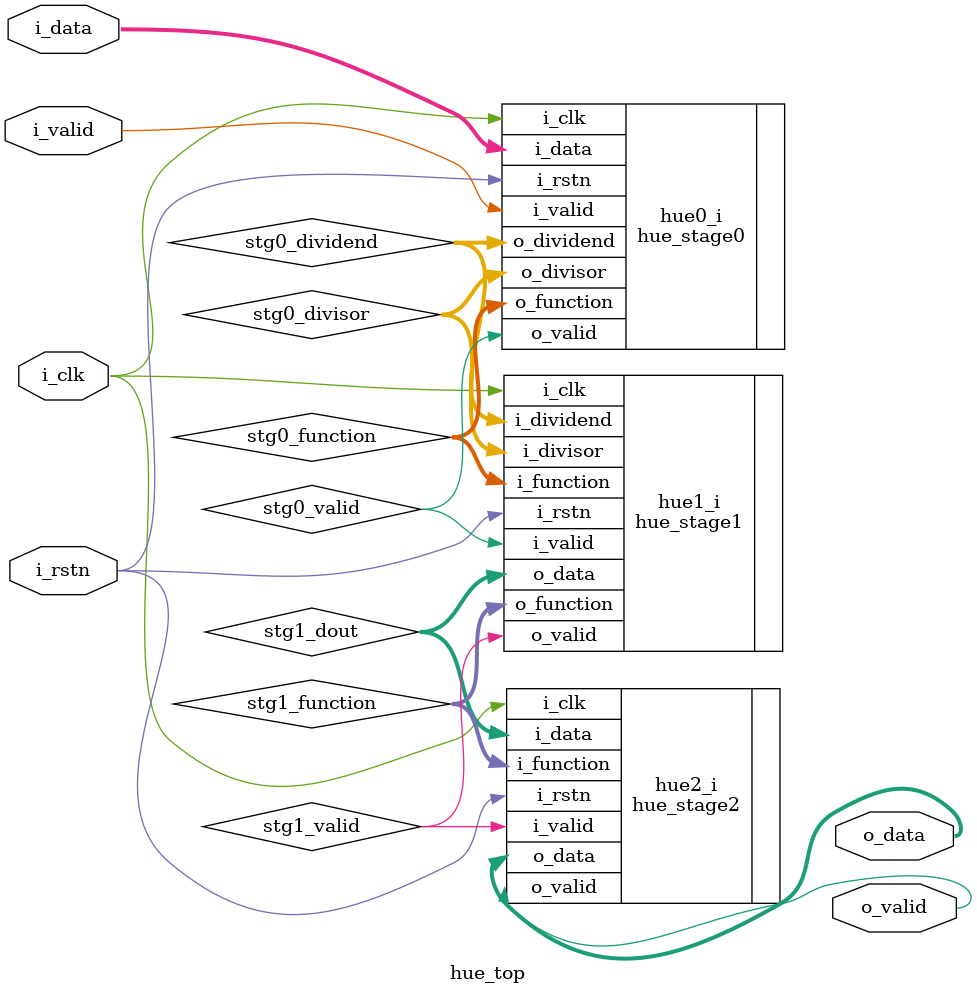
<source format=v>
module hue_top
	(
    input  wire        i_clk,   // 
    input  wire        i_rstn,  // sync active-low reset

   	// RGB Input Interface
    input  wire [15:0] i_data,  // RGB 565
    input  wire        i_valid, // input valid flag

    // Hue Output
    output wire [15:0] o_data,  // Hue (0-360 degrees)
    output wire        o_valid  // output valid flag
	);

// INTERMEDIATE WIRES
	wire [8:0]  stg0_dividend, stg0_divisor;
	wire [1:0]  stg0_function;
	wire        stg0_valid;
	
	wire [15:0] stg1_dout;
	wire [1:0]  stg1_function;
	wire        stg1_valid;

// PIPELINE STAGE 0
	hue_stage0 hue0_i (
    .i_clk      (i_clk),
    .i_rstn     (i_rstn),
 	
 	// data input
    .i_data     (i_data),
    .i_valid    (i_valid),

    // to stage 1
    .o_dividend (stg0_dividend),
    .o_divisor  (stg0_divisor),
    .o_valid    (stg0_valid),
    .o_function (stg0_function)
	);

// PIPELINE STAGE 1
	hue_stage1 hue1_i (
	.i_clk      (i_clk),
	.i_rstn     (i_rstn),

	// from stage 1
	.i_dividend (stg0_dividend),
	.i_divisor  (stg0_divisor),
	.i_function (stg0_function),
	.i_valid    (stg0_valid),

	// to stage 2
	.o_data     (stg1_dout),
	.o_function (stg1_function),
	.o_valid    (stg1_valid)
	);

// PIPELINE STAGE 2
	hue_stage2 hue2_i (
    .i_clk      (i_clk),
    .i_rstn     (i_rstn),

    // from stage 2
    .i_data     (stg1_dout),
    .i_function (stg1_function),
    .i_valid    (stg1_valid),

    // output: hue (degrees)
    .o_data     (o_data),
    .o_valid    (o_valid)
	);

endmodule
</source>
